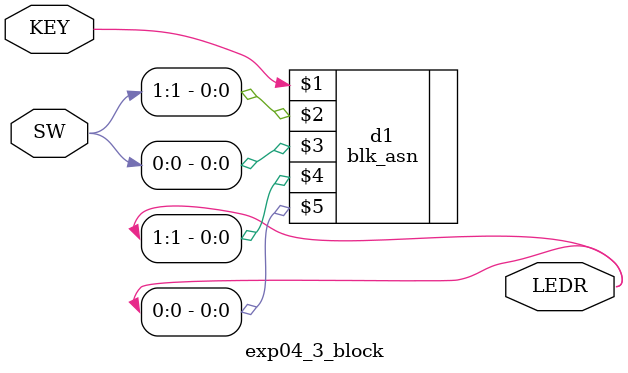
<source format=v>


module exp04_3_block(

	//////////// KEY //////////
	input 		     [0:0]      	KEY,

	//////////// SW //////////
	input 		     [1:0]		SW,

	//////////// LED //////////
	output		     [1:0]		LEDR
);



//=======================================================
//  REG/WIRE declarations
//=======================================================

blk_asn d1(KEY, SW[1], SW[0], LEDR[1], LEDR[0]);

//=======================================================
//  Structural coding
//=======================================================



endmodule

</source>
